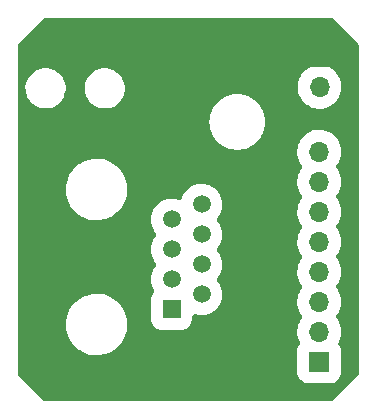
<source format=gbr>
%TF.GenerationSoftware,KiCad,Pcbnew,(6.0.0-0)*%
%TF.CreationDate,2023-04-18T12:25:17-04:00*%
%TF.ProjectId,row-breakout,726f772d-6272-4656-916b-6f75742e6b69,rev?*%
%TF.SameCoordinates,Original*%
%TF.FileFunction,Copper,L2,Bot*%
%TF.FilePolarity,Positive*%
%FSLAX46Y46*%
G04 Gerber Fmt 4.6, Leading zero omitted, Abs format (unit mm)*
G04 Created by KiCad (PCBNEW (6.0.0-0)) date 2023-04-18 12:25:17*
%MOMM*%
%LPD*%
G01*
G04 APERTURE LIST*
%TA.AperFunction,ComponentPad*%
%ADD10R,1.700000X1.700000*%
%TD*%
%TA.AperFunction,ComponentPad*%
%ADD11O,1.700000X1.700000*%
%TD*%
%TA.AperFunction,ComponentPad*%
%ADD12R,1.500000X1.500000*%
%TD*%
%TA.AperFunction,ComponentPad*%
%ADD13C,1.500000*%
%TD*%
G04 APERTURE END LIST*
D10*
%TO.P,J2,1,Pin_1*%
%TO.N,Earth*%
X47473000Y-28785000D03*
D11*
%TO.P,J2,2,Pin_2*%
%TO.N,Net-(J1-PadT)*%
X47473000Y-31325000D03*
%TD*%
D10*
%TO.P,J4,1,Pin_1*%
%TO.N,Net-(J3-Pad1)*%
X47448000Y-54580000D03*
D11*
%TO.P,J4,2,Pin_2*%
%TO.N,Net-(J3-Pad2)*%
X47448000Y-52040000D03*
%TO.P,J4,3,Pin_3*%
%TO.N,Net-(J3-Pad3)*%
X47448000Y-49500000D03*
%TO.P,J4,4,Pin_4*%
%TO.N,Net-(J3-Pad4)*%
X47448000Y-46960000D03*
%TO.P,J4,5,Pin_5*%
%TO.N,Net-(J3-Pad5)*%
X47448000Y-44420000D03*
%TO.P,J4,6,Pin_6*%
%TO.N,Net-(J3-Pad6)*%
X47448000Y-41880000D03*
%TO.P,J4,7,Pin_7*%
%TO.N,Net-(J3-Pad7)*%
X47448000Y-39340000D03*
%TO.P,J4,8,Pin_8*%
%TO.N,Net-(J3-Pad8)*%
X47448000Y-36800000D03*
%TD*%
D12*
%TO.P,J3,1*%
%TO.N,Net-(J3-Pad1)*%
X34945000Y-50165000D03*
D13*
%TO.P,J3,2*%
%TO.N,Net-(J3-Pad2)*%
X37485000Y-48895000D03*
%TO.P,J3,3*%
%TO.N,Net-(J3-Pad3)*%
X34945000Y-47625000D03*
%TO.P,J3,4*%
%TO.N,Net-(J3-Pad4)*%
X37485000Y-46355000D03*
%TO.P,J3,5*%
%TO.N,Net-(J3-Pad5)*%
X34945000Y-45085000D03*
%TO.P,J3,6*%
%TO.N,Net-(J3-Pad6)*%
X37485000Y-43815000D03*
%TO.P,J3,7*%
%TO.N,Net-(J3-Pad7)*%
X34945000Y-42545000D03*
%TO.P,J3,8*%
%TO.N,Net-(J3-Pad8)*%
X37485000Y-41275000D03*
%TD*%
%TA.AperFunction,Conductor*%
%TO.N,Earth*%
G36*
X48574934Y-25529954D02*
G01*
X48655716Y-25583930D01*
X50718070Y-27646284D01*
X50772046Y-27727066D01*
X50791000Y-27822354D01*
X50791000Y-55616646D01*
X50772046Y-55711934D01*
X50718070Y-55792716D01*
X48655716Y-57855070D01*
X48574934Y-57909046D01*
X48479646Y-57928000D01*
X24241354Y-57928000D01*
X24146066Y-57909046D01*
X24065284Y-57855070D01*
X22002930Y-55792716D01*
X21948954Y-55711934D01*
X21930000Y-55616646D01*
X21930000Y-51480471D01*
X25989955Y-51480471D01*
X25990552Y-51488056D01*
X25990552Y-51488060D01*
X26013418Y-51778596D01*
X26014914Y-51797607D01*
X26078336Y-52109338D01*
X26179276Y-52411016D01*
X26182545Y-52417870D01*
X26182546Y-52417872D01*
X26274603Y-52610872D01*
X26316229Y-52698143D01*
X26320310Y-52704550D01*
X26320314Y-52704556D01*
X26343922Y-52741613D01*
X26487153Y-52966440D01*
X26689500Y-53211907D01*
X26920254Y-53430884D01*
X26926368Y-53435408D01*
X26926369Y-53435409D01*
X27112626Y-53573232D01*
X27175975Y-53620108D01*
X27452849Y-53776756D01*
X27616635Y-53844598D01*
X27739725Y-53895584D01*
X27739729Y-53895585D01*
X27746751Y-53898494D01*
X28053298Y-53983507D01*
X28295035Y-54019635D01*
X28361470Y-54029564D01*
X28361472Y-54029564D01*
X28367921Y-54030528D01*
X28374429Y-54030812D01*
X28374438Y-54030813D01*
X28479078Y-54035381D01*
X28481804Y-54035500D01*
X28675799Y-54035500D01*
X28679571Y-54035269D01*
X28679581Y-54035269D01*
X28874745Y-54023332D01*
X28912524Y-54021021D01*
X28919997Y-54019636D01*
X28920005Y-54019635D01*
X29217830Y-53964436D01*
X29217832Y-53964436D01*
X29225313Y-53963049D01*
X29232565Y-53960763D01*
X29232567Y-53960762D01*
X29423612Y-53900526D01*
X29528707Y-53867390D01*
X29607826Y-53831333D01*
X29811257Y-53738625D01*
X29811264Y-53738621D01*
X29818181Y-53735469D01*
X29921453Y-53672184D01*
X30082927Y-53573232D01*
X30082928Y-53573231D01*
X30089420Y-53569253D01*
X30125545Y-53540518D01*
X30332430Y-53375955D01*
X30332434Y-53375952D01*
X30338381Y-53371221D01*
X30561352Y-53144324D01*
X30565987Y-53138284D01*
X30565991Y-53138279D01*
X30697847Y-52966440D01*
X30755009Y-52891945D01*
X30758867Y-52885395D01*
X30758872Y-52885388D01*
X30912607Y-52624398D01*
X30912610Y-52624393D01*
X30916466Y-52617846D01*
X31000452Y-52424693D01*
X31040284Y-52333086D01*
X31040287Y-52333079D01*
X31043315Y-52326114D01*
X31133665Y-52021097D01*
X31138782Y-51990523D01*
X31140254Y-51981726D01*
X45593688Y-51981726D01*
X45595978Y-52040000D01*
X45600803Y-52162791D01*
X45603977Y-52243582D01*
X45651058Y-52501376D01*
X45733994Y-52749965D01*
X45801661Y-52885388D01*
X45803473Y-52889014D01*
X45829109Y-52982726D01*
X45816933Y-53079115D01*
X45773693Y-53157686D01*
X45758427Y-53176404D01*
X45752584Y-53187580D01*
X45752583Y-53187582D01*
X45742937Y-53206034D01*
X45664259Y-53356530D01*
X45608234Y-53551913D01*
X45607180Y-53563719D01*
X45607180Y-53563721D01*
X45602148Y-53620108D01*
X45597500Y-53672184D01*
X45597500Y-55487816D01*
X45608234Y-55608087D01*
X45664259Y-55803470D01*
X45758427Y-55983596D01*
X45766396Y-55993367D01*
X45766398Y-55993370D01*
X45861064Y-56109442D01*
X45886891Y-56141109D01*
X45896673Y-56149087D01*
X46034630Y-56261602D01*
X46034633Y-56261604D01*
X46044404Y-56269573D01*
X46224530Y-56363741D01*
X46419913Y-56419766D01*
X46431719Y-56420820D01*
X46431721Y-56420820D01*
X46534668Y-56430008D01*
X46534675Y-56430008D01*
X46540184Y-56430500D01*
X48355816Y-56430500D01*
X48361325Y-56430008D01*
X48361332Y-56430008D01*
X48464279Y-56420820D01*
X48464281Y-56420820D01*
X48476087Y-56419766D01*
X48671470Y-56363741D01*
X48851596Y-56269573D01*
X48861367Y-56261604D01*
X48861370Y-56261602D01*
X48999327Y-56149087D01*
X49009109Y-56141109D01*
X49034936Y-56109442D01*
X49129602Y-55993370D01*
X49129604Y-55993367D01*
X49137573Y-55983596D01*
X49231741Y-55803470D01*
X49287766Y-55608087D01*
X49298500Y-55487816D01*
X49298500Y-53672184D01*
X49293853Y-53620108D01*
X49288820Y-53563721D01*
X49288820Y-53563719D01*
X49287766Y-53551913D01*
X49231741Y-53356530D01*
X49156134Y-53211907D01*
X49143420Y-53187587D01*
X49143417Y-53187582D01*
X49137573Y-53176404D01*
X49124775Y-53160712D01*
X49079239Y-53074889D01*
X49070012Y-52978173D01*
X49090000Y-52902656D01*
X49154024Y-52757835D01*
X49193547Y-52668436D01*
X49264681Y-52416216D01*
X49299566Y-52156491D01*
X49300822Y-52116543D01*
X49303027Y-52046357D01*
X49303227Y-52040000D01*
X49301358Y-52013594D01*
X49289685Y-51848741D01*
X49284719Y-51778596D01*
X49253607Y-51634087D01*
X49231416Y-51531013D01*
X49231415Y-51531008D01*
X49229563Y-51522408D01*
X49216892Y-51488060D01*
X49141904Y-51284798D01*
X49141904Y-51284797D01*
X49138860Y-51276547D01*
X49106299Y-51216200D01*
X49018601Y-51053669D01*
X49014420Y-51045920D01*
X49009190Y-51038840D01*
X49009183Y-51038828D01*
X48921344Y-50919903D01*
X48879978Y-50831995D01*
X48875401Y-50734947D01*
X48908312Y-50643536D01*
X48931029Y-50611747D01*
X48943251Y-50597207D01*
X48948910Y-50590475D01*
X48969709Y-50557126D01*
X49082924Y-50375591D01*
X49087586Y-50368116D01*
X49113640Y-50309184D01*
X49138852Y-50252154D01*
X49193547Y-50128436D01*
X49264681Y-49876216D01*
X49289050Y-49694782D01*
X49298720Y-49622791D01*
X49298720Y-49622787D01*
X49299566Y-49616491D01*
X49303227Y-49500000D01*
X49284719Y-49238596D01*
X49282865Y-49229983D01*
X49231416Y-48991013D01*
X49231415Y-48991008D01*
X49229563Y-48982408D01*
X49224792Y-48969474D01*
X49141904Y-48744798D01*
X49141904Y-48744797D01*
X49138860Y-48736547D01*
X49106299Y-48676200D01*
X49048014Y-48568180D01*
X49014420Y-48505920D01*
X49009190Y-48498840D01*
X49009183Y-48498828D01*
X48921344Y-48379903D01*
X48879978Y-48291995D01*
X48875401Y-48194947D01*
X48908312Y-48103536D01*
X48931029Y-48071747D01*
X48943251Y-48057207D01*
X48948910Y-48050475D01*
X49087586Y-47828116D01*
X49193547Y-47588436D01*
X49264681Y-47336216D01*
X49299566Y-47076491D01*
X49303227Y-46960000D01*
X49284719Y-46698596D01*
X49238521Y-46484015D01*
X49231416Y-46451013D01*
X49231415Y-46451008D01*
X49229563Y-46442408D01*
X49215981Y-46405591D01*
X49141904Y-46204798D01*
X49141904Y-46204797D01*
X49138860Y-46196547D01*
X49106299Y-46136200D01*
X49018601Y-45973669D01*
X49014420Y-45965920D01*
X49009190Y-45958840D01*
X49009183Y-45958828D01*
X48921344Y-45839903D01*
X48879978Y-45751995D01*
X48875401Y-45654947D01*
X48908312Y-45563536D01*
X48931029Y-45531747D01*
X48943251Y-45517207D01*
X48948910Y-45510475D01*
X49087586Y-45288116D01*
X49193547Y-45048436D01*
X49264681Y-44796216D01*
X49299566Y-44536491D01*
X49303227Y-44420000D01*
X49284719Y-44158596D01*
X49238521Y-43944015D01*
X49231416Y-43911013D01*
X49231415Y-43911008D01*
X49229563Y-43902408D01*
X49215981Y-43865591D01*
X49141904Y-43664798D01*
X49141904Y-43664797D01*
X49138860Y-43656547D01*
X49106299Y-43596200D01*
X49018601Y-43433669D01*
X49014420Y-43425920D01*
X49009190Y-43418840D01*
X49009183Y-43418828D01*
X48921344Y-43299903D01*
X48879978Y-43211995D01*
X48875401Y-43114947D01*
X48908312Y-43023536D01*
X48931029Y-42991747D01*
X48943251Y-42977207D01*
X48948910Y-42970475D01*
X49087586Y-42748116D01*
X49193547Y-42508436D01*
X49264681Y-42256216D01*
X49299566Y-41996491D01*
X49303227Y-41880000D01*
X49284719Y-41618596D01*
X49268294Y-41542306D01*
X49231416Y-41371013D01*
X49231415Y-41371008D01*
X49229563Y-41362408D01*
X49215981Y-41325591D01*
X49141904Y-41124798D01*
X49141904Y-41124797D01*
X49138860Y-41116547D01*
X49106299Y-41056200D01*
X49018601Y-40893669D01*
X49014420Y-40885920D01*
X49009190Y-40878840D01*
X49009183Y-40878828D01*
X48921344Y-40759903D01*
X48879978Y-40671995D01*
X48875401Y-40574947D01*
X48908312Y-40483536D01*
X48931029Y-40451747D01*
X48943251Y-40437207D01*
X48948910Y-40430475D01*
X48983465Y-40375069D01*
X49082924Y-40215591D01*
X49087586Y-40208116D01*
X49193547Y-39968436D01*
X49264681Y-39716216D01*
X49284576Y-39568094D01*
X49298720Y-39462791D01*
X49298720Y-39462787D01*
X49299566Y-39456491D01*
X49300512Y-39426406D01*
X49303027Y-39346357D01*
X49303227Y-39340000D01*
X49284719Y-39078596D01*
X49229563Y-38822408D01*
X49212169Y-38775258D01*
X49141904Y-38584798D01*
X49141904Y-38584797D01*
X49138860Y-38576547D01*
X49127025Y-38554612D01*
X49018601Y-38353669D01*
X49014420Y-38345920D01*
X49009190Y-38338840D01*
X49009183Y-38338828D01*
X48921344Y-38219903D01*
X48879978Y-38131995D01*
X48875401Y-38034947D01*
X48908312Y-37943536D01*
X48931029Y-37911747D01*
X48943251Y-37897207D01*
X48948910Y-37890475D01*
X48990107Y-37824419D01*
X49082924Y-37675591D01*
X49087586Y-37668116D01*
X49193547Y-37428436D01*
X49264681Y-37176216D01*
X49299566Y-36916491D01*
X49303227Y-36800000D01*
X49284719Y-36538596D01*
X49268364Y-36462630D01*
X49231416Y-36291013D01*
X49231415Y-36291008D01*
X49229563Y-36282408D01*
X49212169Y-36235258D01*
X49141904Y-36044798D01*
X49141904Y-36044797D01*
X49138860Y-36036547D01*
X49106299Y-35976200D01*
X49018601Y-35813669D01*
X49014420Y-35805920D01*
X48858726Y-35595126D01*
X48822505Y-35558331D01*
X48681057Y-35414645D01*
X48674884Y-35408374D01*
X48466562Y-35249388D01*
X48237917Y-35121340D01*
X47993512Y-35026787D01*
X47792761Y-34980256D01*
X47746807Y-34969604D01*
X47746805Y-34969604D01*
X47738221Y-34967614D01*
X47729445Y-34966854D01*
X47729439Y-34966853D01*
X47599935Y-34955637D01*
X47477141Y-34945002D01*
X47337933Y-34952663D01*
X47224266Y-34958918D01*
X47224261Y-34958919D01*
X47215478Y-34959402D01*
X47087818Y-34984795D01*
X46967091Y-35008809D01*
X46967086Y-35008810D01*
X46958456Y-35010527D01*
X46711201Y-35097357D01*
X46703394Y-35101412D01*
X46703388Y-35101415D01*
X46486455Y-35214103D01*
X46478647Y-35218159D01*
X46356796Y-35305235D01*
X46272594Y-35365406D01*
X46272590Y-35365409D01*
X46265434Y-35370523D01*
X46259066Y-35376597D01*
X46259062Y-35376601D01*
X46082194Y-35545324D01*
X46082189Y-35545329D01*
X46075816Y-35551409D01*
X45913578Y-35757208D01*
X45781955Y-35983813D01*
X45683574Y-36226703D01*
X45620399Y-36481032D01*
X45593688Y-36741726D01*
X45595978Y-36800000D01*
X45600803Y-36922791D01*
X45603977Y-37003582D01*
X45651058Y-37261376D01*
X45733994Y-37509965D01*
X45851128Y-37744387D01*
X45856126Y-37751619D01*
X45856134Y-37751632D01*
X45979324Y-37929873D01*
X46017908Y-38019037D01*
X46019434Y-38116180D01*
X45983669Y-38206512D01*
X45970031Y-38225597D01*
X45963434Y-38233966D01*
X45913578Y-38297208D01*
X45781955Y-38523813D01*
X45683574Y-38766703D01*
X45620399Y-39021032D01*
X45593688Y-39281726D01*
X45599078Y-39418903D01*
X45600803Y-39462791D01*
X45603977Y-39543582D01*
X45651058Y-39801376D01*
X45733994Y-40049965D01*
X45851128Y-40284387D01*
X45856126Y-40291619D01*
X45856134Y-40291632D01*
X45979324Y-40469873D01*
X46017908Y-40559037D01*
X46019434Y-40656180D01*
X45983669Y-40746512D01*
X45970031Y-40765597D01*
X45913578Y-40837208D01*
X45909156Y-40844821D01*
X45909154Y-40844824D01*
X45810455Y-41014746D01*
X45781955Y-41063813D01*
X45683574Y-41306703D01*
X45620399Y-41561032D01*
X45612937Y-41633863D01*
X45598370Y-41776034D01*
X45593688Y-41821726D01*
X45595978Y-41880000D01*
X45600803Y-42002791D01*
X45603977Y-42083582D01*
X45651058Y-42341376D01*
X45733994Y-42589965D01*
X45851128Y-42824387D01*
X45856126Y-42831619D01*
X45856134Y-42831632D01*
X45979324Y-43009873D01*
X46017908Y-43099037D01*
X46019434Y-43196180D01*
X45983669Y-43286512D01*
X45970031Y-43305597D01*
X45913578Y-43377208D01*
X45781955Y-43603813D01*
X45683574Y-43846703D01*
X45620399Y-44101032D01*
X45612937Y-44173863D01*
X45602045Y-44280168D01*
X45593688Y-44361726D01*
X45595978Y-44420000D01*
X45600803Y-44542791D01*
X45603977Y-44623582D01*
X45651058Y-44881376D01*
X45733994Y-45129965D01*
X45851128Y-45364387D01*
X45856126Y-45371619D01*
X45856134Y-45371632D01*
X45979324Y-45549873D01*
X46017908Y-45639037D01*
X46019434Y-45736180D01*
X45983669Y-45826512D01*
X45970031Y-45845597D01*
X45913578Y-45917208D01*
X45781955Y-46143813D01*
X45683574Y-46386703D01*
X45620399Y-46641032D01*
X45612937Y-46713863D01*
X45602045Y-46820168D01*
X45593688Y-46901726D01*
X45595978Y-46960000D01*
X45600803Y-47082791D01*
X45603977Y-47163582D01*
X45651058Y-47421376D01*
X45733994Y-47669965D01*
X45851128Y-47904387D01*
X45856126Y-47911619D01*
X45856134Y-47911632D01*
X45979324Y-48089873D01*
X46017908Y-48179037D01*
X46019434Y-48276180D01*
X45983669Y-48366512D01*
X45970031Y-48385597D01*
X45913578Y-48457208D01*
X45909156Y-48464821D01*
X45909154Y-48464824D01*
X45849120Y-48568180D01*
X45781955Y-48683813D01*
X45683574Y-48926703D01*
X45620399Y-49181032D01*
X45593688Y-49441726D01*
X45595930Y-49498779D01*
X45602190Y-49658093D01*
X45603977Y-49703582D01*
X45651058Y-49961376D01*
X45733994Y-50209965D01*
X45851128Y-50444387D01*
X45856126Y-50451619D01*
X45856134Y-50451632D01*
X45979324Y-50629873D01*
X46017908Y-50719037D01*
X46019434Y-50816180D01*
X45983669Y-50906512D01*
X45970031Y-50925597D01*
X45913578Y-50997208D01*
X45909156Y-51004821D01*
X45909154Y-51004824D01*
X45857887Y-51093087D01*
X45781955Y-51223813D01*
X45683574Y-51466703D01*
X45620399Y-51721032D01*
X45607913Y-51842895D01*
X45600474Y-51915500D01*
X45593688Y-51981726D01*
X31140254Y-51981726D01*
X31184913Y-51714849D01*
X31184913Y-51714848D01*
X31186169Y-51707343D01*
X31200045Y-51389529D01*
X31191137Y-51276343D01*
X31175684Y-51079986D01*
X31175683Y-51079979D01*
X31175086Y-51072393D01*
X31111664Y-50760662D01*
X31010724Y-50458984D01*
X31000008Y-50436517D01*
X30877042Y-50178714D01*
X30877039Y-50178709D01*
X30873771Y-50171857D01*
X30869690Y-50165450D01*
X30869686Y-50165444D01*
X30706933Y-49909974D01*
X30702847Y-49903560D01*
X30500500Y-49658093D01*
X30269746Y-49439116D01*
X30159022Y-49357184D01*
X30020143Y-49254419D01*
X30020142Y-49254418D01*
X30014025Y-49249892D01*
X29737151Y-49093244D01*
X29573365Y-49025402D01*
X29450275Y-48974416D01*
X29450271Y-48974415D01*
X29443249Y-48971506D01*
X29136702Y-48886493D01*
X28891601Y-48849862D01*
X28828530Y-48840436D01*
X28828528Y-48840436D01*
X28822079Y-48839472D01*
X28815571Y-48839188D01*
X28815562Y-48839187D01*
X28710922Y-48834619D01*
X28710921Y-48834619D01*
X28708196Y-48834500D01*
X28514201Y-48834500D01*
X28510429Y-48834731D01*
X28510419Y-48834731D01*
X28315255Y-48846668D01*
X28277476Y-48848979D01*
X28270003Y-48850364D01*
X28269995Y-48850365D01*
X27972170Y-48905564D01*
X27972168Y-48905564D01*
X27964687Y-48906951D01*
X27957435Y-48909237D01*
X27957433Y-48909238D01*
X27927950Y-48918534D01*
X27661293Y-49002610D01*
X27654377Y-49005762D01*
X27378743Y-49131375D01*
X27378736Y-49131379D01*
X27371819Y-49134531D01*
X27365330Y-49138507D01*
X27365329Y-49138508D01*
X27177087Y-49253863D01*
X27100580Y-49300747D01*
X27094626Y-49305483D01*
X26858061Y-49493655D01*
X26851619Y-49498779D01*
X26628648Y-49725676D01*
X26624013Y-49731716D01*
X26624009Y-49731721D01*
X26617372Y-49740371D01*
X26434991Y-49978055D01*
X26431133Y-49984605D01*
X26431128Y-49984612D01*
X26303305Y-50201613D01*
X26273534Y-50252154D01*
X26244026Y-50320018D01*
X26149716Y-50536914D01*
X26149713Y-50536921D01*
X26146685Y-50543886D01*
X26144527Y-50551172D01*
X26144525Y-50551177D01*
X26118985Y-50637401D01*
X26056335Y-50848903D01*
X26055081Y-50856399D01*
X26055079Y-50856406D01*
X26018936Y-51072393D01*
X26003831Y-51162657D01*
X25989955Y-51480471D01*
X21930000Y-51480471D01*
X21930000Y-47579049D01*
X33190194Y-47579049D01*
X33202677Y-47838930D01*
X33204476Y-47847975D01*
X33204477Y-47847982D01*
X33215697Y-47904387D01*
X33253435Y-48094112D01*
X33256556Y-48102804D01*
X33256558Y-48102812D01*
X33338231Y-48330288D01*
X33341355Y-48338989D01*
X33345727Y-48347126D01*
X33345729Y-48347130D01*
X33437488Y-48517901D01*
X33465893Y-48610811D01*
X33456581Y-48707519D01*
X33411109Y-48793130D01*
X33355427Y-48861404D01*
X33349584Y-48872580D01*
X33349583Y-48872582D01*
X33330420Y-48909238D01*
X33261259Y-49041530D01*
X33205234Y-49236913D01*
X33204180Y-49248719D01*
X33204180Y-49248721D01*
X33203672Y-49254419D01*
X33194500Y-49357184D01*
X33194500Y-50972816D01*
X33194992Y-50978325D01*
X33194992Y-50978332D01*
X33200391Y-51038828D01*
X33205234Y-51093087D01*
X33261259Y-51288470D01*
X33355427Y-51468596D01*
X33483891Y-51626109D01*
X33493673Y-51634087D01*
X33631630Y-51746602D01*
X33631633Y-51746604D01*
X33641404Y-51754573D01*
X33652580Y-51760416D01*
X33652582Y-51760417D01*
X33748405Y-51810512D01*
X33821530Y-51848741D01*
X34016913Y-51904766D01*
X34028719Y-51905820D01*
X34028721Y-51905820D01*
X34131668Y-51915008D01*
X34131675Y-51915008D01*
X34137184Y-51915500D01*
X35752816Y-51915500D01*
X35758325Y-51915008D01*
X35758332Y-51915008D01*
X35861279Y-51905820D01*
X35861281Y-51905820D01*
X35873087Y-51904766D01*
X36068470Y-51848741D01*
X36141595Y-51810512D01*
X36237418Y-51760417D01*
X36237420Y-51760416D01*
X36248596Y-51754573D01*
X36258367Y-51746604D01*
X36258370Y-51746602D01*
X36396327Y-51634087D01*
X36406109Y-51626109D01*
X36534573Y-51468596D01*
X36628741Y-51288470D01*
X36684766Y-51093087D01*
X36689609Y-51038828D01*
X36695008Y-50978332D01*
X36695008Y-50978325D01*
X36695500Y-50972816D01*
X36695500Y-50824249D01*
X36714454Y-50728961D01*
X36768430Y-50648179D01*
X36849212Y-50594203D01*
X36944500Y-50575249D01*
X37012579Y-50586797D01*
X37013019Y-50585156D01*
X37021937Y-50587545D01*
X37030667Y-50590594D01*
X37190894Y-50621014D01*
X37277206Y-50637401D01*
X37277208Y-50637401D01*
X37286282Y-50639124D01*
X37295507Y-50639486D01*
X37295512Y-50639487D01*
X37398571Y-50643536D01*
X37546263Y-50649339D01*
X37555438Y-50648334D01*
X37555444Y-50648334D01*
X37795713Y-50622020D01*
X37795714Y-50622020D01*
X37804898Y-50621014D01*
X37813834Y-50618661D01*
X37813836Y-50618661D01*
X38047562Y-50557126D01*
X38047568Y-50557124D01*
X38056505Y-50554771D01*
X38295557Y-50452066D01*
X38516803Y-50315155D01*
X38523852Y-50309188D01*
X38523857Y-50309184D01*
X38708330Y-50153016D01*
X38715382Y-50147046D01*
X38721470Y-50140104D01*
X38721476Y-50140098D01*
X38880839Y-49958378D01*
X38880841Y-49958375D01*
X38886931Y-49951431D01*
X39027683Y-49732608D01*
X39031475Y-49724191D01*
X39130748Y-49503813D01*
X39130750Y-49503807D01*
X39134544Y-49495385D01*
X39147197Y-49450523D01*
X39157582Y-49413699D01*
X39205168Y-49244972D01*
X39238002Y-48986871D01*
X39240095Y-48906951D01*
X39240245Y-48901240D01*
X39240245Y-48901232D01*
X39240408Y-48895000D01*
X39221126Y-48635534D01*
X39205886Y-48568180D01*
X39165746Y-48390788D01*
X39163705Y-48381768D01*
X39069405Y-48139277D01*
X39064825Y-48131263D01*
X38944880Y-47921402D01*
X38944876Y-47921396D01*
X38940299Y-47913388D01*
X38834855Y-47779633D01*
X38790750Y-47693071D01*
X38783127Y-47596216D01*
X38813149Y-47503816D01*
X38843192Y-47461306D01*
X38870882Y-47429731D01*
X38886931Y-47411431D01*
X39027683Y-47192608D01*
X39031475Y-47184191D01*
X39130748Y-46963813D01*
X39130750Y-46963807D01*
X39134544Y-46955385D01*
X39147197Y-46910523D01*
X39202660Y-46713863D01*
X39205168Y-46704972D01*
X39238002Y-46446871D01*
X39240408Y-46355000D01*
X39221126Y-46095534D01*
X39205886Y-46028180D01*
X39165746Y-45850788D01*
X39163705Y-45841768D01*
X39069405Y-45599277D01*
X39064825Y-45591263D01*
X38944880Y-45381402D01*
X38944876Y-45381396D01*
X38940299Y-45373388D01*
X38834855Y-45239633D01*
X38790750Y-45153071D01*
X38783127Y-45056216D01*
X38813149Y-44963816D01*
X38843192Y-44921306D01*
X38870882Y-44889731D01*
X38886931Y-44871431D01*
X39027683Y-44652608D01*
X39031475Y-44644191D01*
X39130748Y-44423813D01*
X39130750Y-44423807D01*
X39134544Y-44415385D01*
X39147197Y-44370523D01*
X39202660Y-44173863D01*
X39205168Y-44164972D01*
X39238002Y-43906871D01*
X39240408Y-43815000D01*
X39221126Y-43555534D01*
X39205886Y-43488180D01*
X39165746Y-43310788D01*
X39163705Y-43301768D01*
X39069405Y-43059277D01*
X39064825Y-43051263D01*
X38944880Y-42841402D01*
X38944876Y-42841396D01*
X38940299Y-42833388D01*
X38834855Y-42699633D01*
X38790750Y-42613071D01*
X38783127Y-42516216D01*
X38813149Y-42423816D01*
X38843192Y-42381306D01*
X38870882Y-42349731D01*
X38886931Y-42331431D01*
X39027683Y-42112608D01*
X39031475Y-42104191D01*
X39130748Y-41883813D01*
X39130750Y-41883807D01*
X39134544Y-41875385D01*
X39147197Y-41830523D01*
X39202660Y-41633863D01*
X39205168Y-41624972D01*
X39216431Y-41536440D01*
X39237213Y-41373073D01*
X39238002Y-41366871D01*
X39240408Y-41275000D01*
X39221126Y-41015534D01*
X39215826Y-40992108D01*
X39165746Y-40770788D01*
X39163705Y-40761768D01*
X39069405Y-40519277D01*
X39064825Y-40511263D01*
X38944880Y-40301402D01*
X38944876Y-40301396D01*
X38940299Y-40293388D01*
X38934587Y-40286142D01*
X38934582Y-40286135D01*
X38856941Y-40187649D01*
X38779223Y-40089064D01*
X38589714Y-39910792D01*
X38375937Y-39762489D01*
X38367648Y-39758401D01*
X38367644Y-39758399D01*
X38261276Y-39705945D01*
X38142587Y-39647414D01*
X37983602Y-39596523D01*
X37903593Y-39570911D01*
X37903590Y-39570910D01*
X37894792Y-39568094D01*
X37885678Y-39566610D01*
X37885675Y-39566609D01*
X37797457Y-39552242D01*
X37637994Y-39526272D01*
X37628764Y-39526151D01*
X37628762Y-39526151D01*
X37445625Y-39523754D01*
X37377835Y-39522866D01*
X37341897Y-39527757D01*
X37129176Y-39556707D01*
X37129172Y-39556708D01*
X37120030Y-39557952D01*
X36870243Y-39630758D01*
X36861850Y-39634627D01*
X36861848Y-39634628D01*
X36828534Y-39649986D01*
X36633961Y-39739686D01*
X36416375Y-39882341D01*
X36222265Y-40055591D01*
X36055895Y-40255629D01*
X36028119Y-40301402D01*
X35925709Y-40470168D01*
X35925706Y-40470174D01*
X35920920Y-40478061D01*
X35917351Y-40486572D01*
X35917349Y-40486576D01*
X35839597Y-40671995D01*
X35820305Y-40718001D01*
X35818031Y-40726954D01*
X35817607Y-40728222D01*
X35769396Y-40812572D01*
X35692576Y-40872051D01*
X35598842Y-40897605D01*
X35505567Y-40886357D01*
X35354792Y-40838094D01*
X35345678Y-40836610D01*
X35345675Y-40836609D01*
X35259754Y-40822616D01*
X35097994Y-40796272D01*
X35088764Y-40796151D01*
X35088762Y-40796151D01*
X34905625Y-40793754D01*
X34837835Y-40792866D01*
X34801897Y-40797757D01*
X34589176Y-40826707D01*
X34589172Y-40826708D01*
X34580030Y-40827952D01*
X34330243Y-40900758D01*
X34321850Y-40904627D01*
X34321848Y-40904628D01*
X34156151Y-40981016D01*
X34093961Y-41009686D01*
X33876375Y-41152341D01*
X33682265Y-41325591D01*
X33515895Y-41525629D01*
X33499598Y-41552486D01*
X33385709Y-41740168D01*
X33385706Y-41740174D01*
X33380920Y-41748061D01*
X33377351Y-41756572D01*
X33377349Y-41756576D01*
X33350030Y-41821726D01*
X33280305Y-41988001D01*
X33278032Y-41996951D01*
X33278030Y-41996957D01*
X33256031Y-42083582D01*
X33216261Y-42240177D01*
X33215335Y-42249368D01*
X33215335Y-42249371D01*
X33193271Y-42468494D01*
X33190194Y-42499049D01*
X33202677Y-42758930D01*
X33204476Y-42767975D01*
X33204477Y-42767982D01*
X33215697Y-42824387D01*
X33253435Y-43014112D01*
X33256556Y-43022804D01*
X33256558Y-43022812D01*
X33338231Y-43250288D01*
X33341355Y-43258989D01*
X33345727Y-43267126D01*
X33345729Y-43267130D01*
X33427240Y-43418828D01*
X33464504Y-43488180D01*
X33470031Y-43495582D01*
X33470032Y-43495583D01*
X33598573Y-43667720D01*
X33640399Y-43755411D01*
X33645484Y-43852433D01*
X33613053Y-43944015D01*
X33590502Y-43975923D01*
X33515895Y-44065629D01*
X33511104Y-44073525D01*
X33385709Y-44280168D01*
X33385706Y-44280174D01*
X33380920Y-44288061D01*
X33377351Y-44296572D01*
X33377349Y-44296576D01*
X33350030Y-44361726D01*
X33280305Y-44528001D01*
X33278032Y-44536951D01*
X33278030Y-44536957D01*
X33256031Y-44623582D01*
X33216261Y-44780177D01*
X33215335Y-44789368D01*
X33215335Y-44789371D01*
X33197770Y-44963816D01*
X33190194Y-45039049D01*
X33202677Y-45298930D01*
X33204476Y-45307975D01*
X33204477Y-45307982D01*
X33215697Y-45364387D01*
X33253435Y-45554112D01*
X33256556Y-45562804D01*
X33256558Y-45562812D01*
X33338231Y-45790288D01*
X33341355Y-45798989D01*
X33345727Y-45807126D01*
X33345729Y-45807130D01*
X33427240Y-45958828D01*
X33464504Y-46028180D01*
X33470031Y-46035582D01*
X33470032Y-46035583D01*
X33598573Y-46207720D01*
X33640399Y-46295411D01*
X33645484Y-46392433D01*
X33613053Y-46484015D01*
X33590502Y-46515923D01*
X33515895Y-46605629D01*
X33511104Y-46613525D01*
X33385709Y-46820168D01*
X33385706Y-46820174D01*
X33380920Y-46828061D01*
X33377351Y-46836572D01*
X33377349Y-46836576D01*
X33350030Y-46901726D01*
X33280305Y-47068001D01*
X33278032Y-47076951D01*
X33278030Y-47076957D01*
X33256031Y-47163582D01*
X33216261Y-47320177D01*
X33215335Y-47329368D01*
X33215335Y-47329371D01*
X33197770Y-47503816D01*
X33190194Y-47579049D01*
X21930000Y-47579049D01*
X21930000Y-40050471D01*
X25989955Y-40050471D01*
X25990552Y-40058056D01*
X25990552Y-40058060D01*
X26009704Y-40301402D01*
X26014914Y-40367607D01*
X26016432Y-40375067D01*
X26016432Y-40375069D01*
X26029074Y-40437207D01*
X26078336Y-40679338D01*
X26100812Y-40746512D01*
X26147604Y-40886357D01*
X26179276Y-40981016D01*
X26182545Y-40987870D01*
X26182546Y-40987872D01*
X26274603Y-41180872D01*
X26316229Y-41268143D01*
X26320310Y-41274550D01*
X26320314Y-41274556D01*
X26381764Y-41371013D01*
X26487153Y-41536440D01*
X26689500Y-41781907D01*
X26920254Y-42000884D01*
X26926368Y-42005408D01*
X26926369Y-42005409D01*
X27112626Y-42143232D01*
X27175975Y-42190108D01*
X27372845Y-42301492D01*
X27443340Y-42341376D01*
X27452849Y-42346756D01*
X27616635Y-42414598D01*
X27739725Y-42465584D01*
X27739729Y-42465585D01*
X27746751Y-42468494D01*
X28053298Y-42553507D01*
X28241359Y-42581613D01*
X28361470Y-42599564D01*
X28361472Y-42599564D01*
X28367921Y-42600528D01*
X28374429Y-42600812D01*
X28374438Y-42600813D01*
X28479078Y-42605381D01*
X28481804Y-42605500D01*
X28675799Y-42605500D01*
X28679571Y-42605269D01*
X28679581Y-42605269D01*
X28874745Y-42593332D01*
X28912524Y-42591021D01*
X28919997Y-42589636D01*
X28920005Y-42589635D01*
X29217830Y-42534436D01*
X29217832Y-42534436D01*
X29225313Y-42533049D01*
X29232565Y-42530763D01*
X29232567Y-42530762D01*
X29423612Y-42470526D01*
X29528707Y-42437390D01*
X29651772Y-42381306D01*
X29811257Y-42308625D01*
X29811264Y-42308621D01*
X29818181Y-42305469D01*
X29912796Y-42247489D01*
X30082927Y-42143232D01*
X30082928Y-42143231D01*
X30089420Y-42139253D01*
X30113158Y-42120371D01*
X30332430Y-41945955D01*
X30332434Y-41945952D01*
X30338381Y-41941221D01*
X30561352Y-41714324D01*
X30565987Y-41708284D01*
X30565991Y-41708279D01*
X30678977Y-41561032D01*
X30755009Y-41461945D01*
X30758867Y-41455395D01*
X30758872Y-41455388D01*
X30912607Y-41194398D01*
X30912610Y-41194393D01*
X30916466Y-41187846D01*
X30991732Y-41014746D01*
X31040284Y-40903086D01*
X31040287Y-40903079D01*
X31043315Y-40896114D01*
X31048436Y-40878828D01*
X31098598Y-40709480D01*
X31133665Y-40591097D01*
X31144244Y-40527883D01*
X31184913Y-40284849D01*
X31184913Y-40284848D01*
X31186169Y-40277343D01*
X31200045Y-39959529D01*
X31196708Y-39917125D01*
X31175684Y-39649986D01*
X31175683Y-39649979D01*
X31175086Y-39642393D01*
X31111664Y-39330662D01*
X31036799Y-39106914D01*
X31013135Y-39036189D01*
X31013134Y-39036186D01*
X31010724Y-39028984D01*
X31002855Y-39012486D01*
X30877042Y-38748714D01*
X30877039Y-38748709D01*
X30873771Y-38741857D01*
X30869690Y-38735450D01*
X30869686Y-38735444D01*
X30706933Y-38479974D01*
X30702847Y-38473560D01*
X30500500Y-38228093D01*
X30269746Y-38009116D01*
X30162656Y-37929873D01*
X30020143Y-37824419D01*
X30020142Y-37824418D01*
X30014025Y-37819892D01*
X29804547Y-37701375D01*
X29743776Y-37666992D01*
X29743773Y-37666990D01*
X29737151Y-37663244D01*
X29573365Y-37595402D01*
X29450275Y-37544416D01*
X29450271Y-37544415D01*
X29443249Y-37541506D01*
X29136702Y-37456493D01*
X28891601Y-37419862D01*
X28828530Y-37410436D01*
X28828528Y-37410436D01*
X28822079Y-37409472D01*
X28815571Y-37409188D01*
X28815562Y-37409187D01*
X28710922Y-37404619D01*
X28710921Y-37404619D01*
X28708196Y-37404500D01*
X28514201Y-37404500D01*
X28510429Y-37404731D01*
X28510419Y-37404731D01*
X28315255Y-37416668D01*
X28277476Y-37418979D01*
X28270003Y-37420364D01*
X28269995Y-37420365D01*
X27972170Y-37475564D01*
X27972168Y-37475564D01*
X27964687Y-37476951D01*
X27957435Y-37479237D01*
X27957433Y-37479238D01*
X27861757Y-37509404D01*
X27661293Y-37572610D01*
X27654377Y-37575762D01*
X27378743Y-37701375D01*
X27378736Y-37701379D01*
X27371819Y-37704531D01*
X27365330Y-37708507D01*
X27365329Y-37708508D01*
X27176180Y-37824419D01*
X27100580Y-37870747D01*
X27094626Y-37875483D01*
X26894152Y-38034947D01*
X26851619Y-38068779D01*
X26628648Y-38295676D01*
X26624013Y-38301716D01*
X26624009Y-38301721D01*
X26595536Y-38338828D01*
X26434991Y-38548055D01*
X26431133Y-38554605D01*
X26431128Y-38554612D01*
X26278247Y-38814153D01*
X26273534Y-38822154D01*
X26270502Y-38829128D01*
X26149716Y-39106914D01*
X26149713Y-39106921D01*
X26146685Y-39113886D01*
X26056335Y-39418903D01*
X26055081Y-39426399D01*
X26055079Y-39426406D01*
X26018096Y-39647414D01*
X26003831Y-39732657D01*
X26003499Y-39740259D01*
X26003499Y-39740260D01*
X26001209Y-39792717D01*
X25989955Y-40050471D01*
X21930000Y-40050471D01*
X21930000Y-34290000D01*
X38157457Y-34290000D01*
X38177609Y-34597460D01*
X38237720Y-34899659D01*
X38336762Y-35191427D01*
X38473040Y-35467771D01*
X38477561Y-35474538D01*
X38477565Y-35474544D01*
X38524859Y-35545324D01*
X38644222Y-35723964D01*
X38847380Y-35955620D01*
X39079036Y-36158778D01*
X39193497Y-36235258D01*
X39328456Y-36325435D01*
X39328462Y-36325439D01*
X39335229Y-36329960D01*
X39611573Y-36466238D01*
X39903341Y-36565280D01*
X39911328Y-36566869D01*
X39911329Y-36566869D01*
X40197550Y-36623802D01*
X40197555Y-36623803D01*
X40205540Y-36625391D01*
X40213670Y-36625924D01*
X40213671Y-36625924D01*
X40274392Y-36629904D01*
X40436059Y-36640500D01*
X40589941Y-36640500D01*
X40751608Y-36629904D01*
X40812329Y-36625924D01*
X40812330Y-36625924D01*
X40820460Y-36625391D01*
X40828445Y-36623803D01*
X40828450Y-36623802D01*
X41114671Y-36566869D01*
X41114672Y-36566869D01*
X41122659Y-36565280D01*
X41414427Y-36466238D01*
X41690771Y-36329960D01*
X41697538Y-36325439D01*
X41697544Y-36325435D01*
X41832503Y-36235258D01*
X41946964Y-36158778D01*
X42178620Y-35955620D01*
X42381778Y-35723964D01*
X42492451Y-35558331D01*
X42548435Y-35474544D01*
X42552960Y-35467772D01*
X42660655Y-35249388D01*
X42685630Y-35198744D01*
X42685632Y-35198740D01*
X42689238Y-35191427D01*
X42788280Y-34899659D01*
X42848391Y-34597460D01*
X42868543Y-34290000D01*
X42848391Y-33982540D01*
X42788280Y-33680341D01*
X42689238Y-33388573D01*
X42552960Y-33112229D01*
X42548439Y-33105462D01*
X42548435Y-33105456D01*
X42408995Y-32896770D01*
X42381778Y-32856036D01*
X42178620Y-32624380D01*
X41946964Y-32421222D01*
X41818374Y-32335301D01*
X41697544Y-32254565D01*
X41697538Y-32254561D01*
X41690771Y-32250040D01*
X41414427Y-32113762D01*
X41122659Y-32014720D01*
X41114671Y-32013131D01*
X40828450Y-31956198D01*
X40828445Y-31956197D01*
X40820460Y-31954609D01*
X40812330Y-31954076D01*
X40812329Y-31954076D01*
X40751608Y-31950096D01*
X40589941Y-31939500D01*
X40436059Y-31939500D01*
X40274392Y-31950096D01*
X40213671Y-31954076D01*
X40213670Y-31954076D01*
X40205540Y-31954609D01*
X40197555Y-31956197D01*
X40197550Y-31956198D01*
X39911329Y-32013131D01*
X39903341Y-32014720D01*
X39611573Y-32113762D01*
X39335229Y-32250040D01*
X39328462Y-32254561D01*
X39328456Y-32254565D01*
X39207626Y-32335301D01*
X39079036Y-32421222D01*
X38847380Y-32624380D01*
X38644222Y-32856036D01*
X38639697Y-32862808D01*
X38639694Y-32862812D01*
X38562193Y-32978801D01*
X38473040Y-33112228D01*
X38336762Y-33388573D01*
X38237720Y-33680341D01*
X38177609Y-33982540D01*
X38157457Y-34290000D01*
X21930000Y-34290000D01*
X21930000Y-31362741D01*
X22576833Y-31362741D01*
X22577056Y-31372198D01*
X22581262Y-31550641D01*
X22582929Y-31621390D01*
X22628078Y-31876142D01*
X22685904Y-32046491D01*
X22707850Y-32111142D01*
X22711241Y-32121133D01*
X22830505Y-32350725D01*
X22836088Y-32358367D01*
X22928576Y-32484967D01*
X22983125Y-32559636D01*
X23165589Y-32743058D01*
X23173198Y-32748678D01*
X23173199Y-32748679D01*
X23366087Y-32891149D01*
X23366092Y-32891152D01*
X23373698Y-32896770D01*
X23382065Y-32901172D01*
X23382068Y-32901174D01*
X23534660Y-32981456D01*
X23602663Y-33017234D01*
X23611600Y-33020320D01*
X23611607Y-33020323D01*
X23838271Y-33098591D01*
X23838276Y-33098592D01*
X23847215Y-33101679D01*
X23856522Y-33103379D01*
X23856523Y-33103379D01*
X23982092Y-33126312D01*
X24101726Y-33148161D01*
X24184519Y-33152500D01*
X24345782Y-33152500D01*
X24463820Y-33143521D01*
X24528554Y-33138597D01*
X24528558Y-33138596D01*
X24537976Y-33137880D01*
X24790015Y-33079461D01*
X24938246Y-33020323D01*
X25021543Y-32987091D01*
X25021544Y-32987090D01*
X25030318Y-32983590D01*
X25253354Y-32852473D01*
X25453991Y-32689129D01*
X25507052Y-32630509D01*
X25621266Y-32504327D01*
X25627613Y-32497315D01*
X25770222Y-32281447D01*
X25814659Y-32185055D01*
X25874577Y-32055084D01*
X25874579Y-32055079D01*
X25878538Y-32046491D01*
X25950068Y-31797855D01*
X25962534Y-31701216D01*
X25981957Y-31550641D01*
X25981957Y-31550638D01*
X25983167Y-31541259D01*
X25980666Y-31435135D01*
X25978960Y-31362741D01*
X27576833Y-31362741D01*
X27577056Y-31372198D01*
X27581262Y-31550641D01*
X27582929Y-31621390D01*
X27628078Y-31876142D01*
X27685904Y-32046491D01*
X27707850Y-32111142D01*
X27711241Y-32121133D01*
X27830505Y-32350725D01*
X27836088Y-32358367D01*
X27928576Y-32484967D01*
X27983125Y-32559636D01*
X28165589Y-32743058D01*
X28173198Y-32748678D01*
X28173199Y-32748679D01*
X28366087Y-32891149D01*
X28366092Y-32891152D01*
X28373698Y-32896770D01*
X28382065Y-32901172D01*
X28382068Y-32901174D01*
X28534660Y-32981456D01*
X28602663Y-33017234D01*
X28611600Y-33020320D01*
X28611607Y-33020323D01*
X28838271Y-33098591D01*
X28838276Y-33098592D01*
X28847215Y-33101679D01*
X28856522Y-33103379D01*
X28856523Y-33103379D01*
X28982092Y-33126312D01*
X29101726Y-33148161D01*
X29184519Y-33152500D01*
X29345782Y-33152500D01*
X29463820Y-33143521D01*
X29528554Y-33138597D01*
X29528558Y-33138596D01*
X29537976Y-33137880D01*
X29790015Y-33079461D01*
X29938246Y-33020323D01*
X30021543Y-32987091D01*
X30021544Y-32987090D01*
X30030318Y-32983590D01*
X30253354Y-32852473D01*
X30453991Y-32689129D01*
X30507052Y-32630509D01*
X30621266Y-32504327D01*
X30627613Y-32497315D01*
X30770222Y-32281447D01*
X30814659Y-32185055D01*
X30874577Y-32055084D01*
X30874579Y-32055079D01*
X30878538Y-32046491D01*
X30950068Y-31797855D01*
X30962534Y-31701216D01*
X30981957Y-31550641D01*
X30981957Y-31550638D01*
X30983167Y-31541259D01*
X30980666Y-31435135D01*
X30977294Y-31292057D01*
X30977294Y-31292052D01*
X30977071Y-31282610D01*
X30974256Y-31266726D01*
X45618688Y-31266726D01*
X45620978Y-31325000D01*
X45625803Y-31447791D01*
X45628977Y-31528582D01*
X45676058Y-31786376D01*
X45758994Y-32034965D01*
X45876128Y-32269387D01*
X45881127Y-32276620D01*
X45881130Y-32276625D01*
X45977095Y-32415475D01*
X46025124Y-32484967D01*
X46203010Y-32677402D01*
X46209830Y-32682954D01*
X46209836Y-32682960D01*
X46275420Y-32736353D01*
X46406235Y-32842853D01*
X46413774Y-32847392D01*
X46413777Y-32847394D01*
X46486454Y-32891149D01*
X46630745Y-32978019D01*
X46638857Y-32981454D01*
X46638861Y-32981456D01*
X46643901Y-32983590D01*
X46872060Y-33080203D01*
X46880571Y-33082460D01*
X46880575Y-33082461D01*
X47116852Y-33145109D01*
X47116855Y-33145109D01*
X47125365Y-33147366D01*
X47134108Y-33148401D01*
X47134109Y-33148401D01*
X47200025Y-33156202D01*
X47385607Y-33178167D01*
X47647592Y-33171993D01*
X47906094Y-33128967D01*
X48155955Y-33049946D01*
X48392188Y-32936509D01*
X48610082Y-32790917D01*
X48663516Y-32743058D01*
X48798727Y-32621952D01*
X48798730Y-32621949D01*
X48805287Y-32616076D01*
X48973910Y-32415475D01*
X49112586Y-32193116D01*
X49218547Y-31953436D01*
X49289681Y-31701216D01*
X49324566Y-31441491D01*
X49328227Y-31325000D01*
X49309719Y-31063596D01*
X49267308Y-30866606D01*
X49256416Y-30816013D01*
X49256415Y-30816008D01*
X49254563Y-30807408D01*
X49248815Y-30791825D01*
X49166904Y-30569798D01*
X49166904Y-30569797D01*
X49163860Y-30561547D01*
X49131299Y-30501200D01*
X49076517Y-30399673D01*
X49039420Y-30330920D01*
X48883726Y-30120126D01*
X48847505Y-30083331D01*
X48706057Y-29939645D01*
X48699884Y-29933374D01*
X48491562Y-29774388D01*
X48262917Y-29646340D01*
X48018512Y-29551787D01*
X47817761Y-29505256D01*
X47771807Y-29494604D01*
X47771805Y-29494604D01*
X47763221Y-29492614D01*
X47754445Y-29491854D01*
X47754439Y-29491853D01*
X47624935Y-29480637D01*
X47502141Y-29470002D01*
X47362933Y-29477663D01*
X47249266Y-29483918D01*
X47249261Y-29483919D01*
X47240478Y-29484402D01*
X47112818Y-29509795D01*
X46992091Y-29533809D01*
X46992086Y-29533810D01*
X46983456Y-29535527D01*
X46736201Y-29622357D01*
X46728394Y-29626412D01*
X46728388Y-29626415D01*
X46511455Y-29739103D01*
X46503647Y-29743159D01*
X46392753Y-29822405D01*
X46297594Y-29890406D01*
X46297590Y-29890409D01*
X46290434Y-29895523D01*
X46284066Y-29901597D01*
X46284062Y-29901601D01*
X46107194Y-30070324D01*
X46107189Y-30070329D01*
X46100816Y-30076409D01*
X45938578Y-30282208D01*
X45934156Y-30289821D01*
X45934154Y-30289824D01*
X45870349Y-30399673D01*
X45806955Y-30508813D01*
X45708574Y-30751703D01*
X45645399Y-31006032D01*
X45618688Y-31266726D01*
X30974256Y-31266726D01*
X30931922Y-31027858D01*
X30848759Y-30782867D01*
X30729495Y-30553275D01*
X30576875Y-30344364D01*
X30394411Y-30160942D01*
X30330658Y-30113853D01*
X30193913Y-30012851D01*
X30193908Y-30012848D01*
X30186302Y-30007230D01*
X30177935Y-30002828D01*
X30177932Y-30002826D01*
X29965710Y-29891171D01*
X29965707Y-29891170D01*
X29957337Y-29886766D01*
X29948400Y-29883680D01*
X29948393Y-29883677D01*
X29721729Y-29805409D01*
X29721724Y-29805408D01*
X29712785Y-29802321D01*
X29458274Y-29755839D01*
X29375481Y-29751500D01*
X29214218Y-29751500D01*
X29096180Y-29760479D01*
X29031446Y-29765403D01*
X29031442Y-29765404D01*
X29022024Y-29766120D01*
X28769985Y-29824539D01*
X28761208Y-29828040D01*
X28761210Y-29828040D01*
X28614012Y-29886766D01*
X28529682Y-29920410D01*
X28306646Y-30051527D01*
X28106009Y-30214871D01*
X28099671Y-30221873D01*
X28099669Y-30221875D01*
X27955290Y-30381382D01*
X27932387Y-30406685D01*
X27869948Y-30501200D01*
X27824630Y-30569798D01*
X27789778Y-30622553D01*
X27785821Y-30631137D01*
X27711743Y-30791825D01*
X27681462Y-30857509D01*
X27609932Y-31106145D01*
X27576833Y-31362741D01*
X25978960Y-31362741D01*
X25977294Y-31292057D01*
X25977294Y-31292052D01*
X25977071Y-31282610D01*
X25931922Y-31027858D01*
X25848759Y-30782867D01*
X25729495Y-30553275D01*
X25576875Y-30344364D01*
X25394411Y-30160942D01*
X25330658Y-30113853D01*
X25193913Y-30012851D01*
X25193908Y-30012848D01*
X25186302Y-30007230D01*
X25177935Y-30002828D01*
X25177932Y-30002826D01*
X24965710Y-29891171D01*
X24965707Y-29891170D01*
X24957337Y-29886766D01*
X24948400Y-29883680D01*
X24948393Y-29883677D01*
X24721729Y-29805409D01*
X24721724Y-29805408D01*
X24712785Y-29802321D01*
X24458274Y-29755839D01*
X24375481Y-29751500D01*
X24214218Y-29751500D01*
X24096180Y-29760479D01*
X24031446Y-29765403D01*
X24031442Y-29765404D01*
X24022024Y-29766120D01*
X23769985Y-29824539D01*
X23761208Y-29828040D01*
X23761210Y-29828040D01*
X23614012Y-29886766D01*
X23529682Y-29920410D01*
X23306646Y-30051527D01*
X23106009Y-30214871D01*
X23099671Y-30221873D01*
X23099669Y-30221875D01*
X22955290Y-30381382D01*
X22932387Y-30406685D01*
X22869948Y-30501200D01*
X22824630Y-30569798D01*
X22789778Y-30622553D01*
X22785821Y-30631137D01*
X22711743Y-30791825D01*
X22681462Y-30857509D01*
X22609932Y-31106145D01*
X22576833Y-31362741D01*
X21930000Y-31362741D01*
X21930000Y-27822354D01*
X21948954Y-27727066D01*
X22002930Y-27646284D01*
X24065284Y-25583930D01*
X24146066Y-25529954D01*
X24241354Y-25511000D01*
X48479646Y-25511000D01*
X48574934Y-25529954D01*
G37*
%TD.AperFunction*%
%TD*%
M02*

</source>
